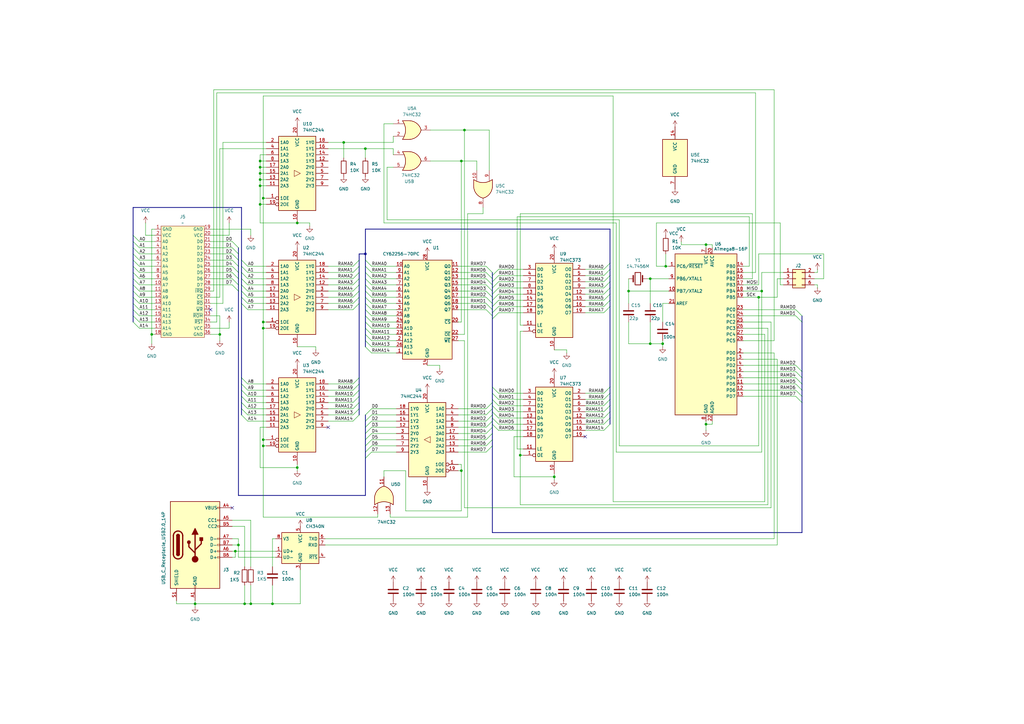
<source format=kicad_sch>
(kicad_sch (version 20250114) (generator "eeschema") (generator_version "9.0")
  (paper "A3")
  (junction (at 62.23 137.16))
  (junction (at 106.68 73.66))
  (junction (at 266.7 140.97))
  (junction (at 140.97 58.42))
  (junction (at 190.5 53.34))
  (junction (at 121.92 191.77))
  (junction (at 107.95 180.34))
  (junction (at 111.76 247.65))
  (junction (at 107.95 132.08))
  (junction (at 289.56 100.33))
  (junction (at 189.23 193.04))
  (junction (at 311.15 121.92))
  (junction (at 106.68 68.58))
  (junction (at 106.68 66.04))
  (junction (at 80.01 247.65))
  (junction (at 312.42 119.38))
  (junction (at 121.92 91.44))
  (junction (at 149.86 60.96))
  (junction (at 227.33 195.58))
  (junction (at 106.68 83.82))
  (junction (at 189.23 66.04))
  (junction (at 96.52 226.06))
  (junction (at 266.7 114.3))
  (junction (at 289.56 173.99))
  (junction (at 106.68 76.2))
  (junction (at 149.86 104.14))
  (junction (at 106.68 71.12))
  (junction (at 107.95 81.28))
  (junction (at 97.79 223.52))
  (junction (at 102.87 247.65))
  (junction (at 107.95 134.62))
  (junction (at 107.95 182.88))
  (junction (at 271.78 140.97))
  (junction (at 100.33 247.65))
  (junction (at 273.05 109.22))
  (junction (at 257.81 119.38))
  (junction (at 213.36 186.69))
  (junction (at 90.17 137.16))
  (no_connect (at 240.03 179.07))
  (no_connect (at 134.62 175.26))
  (no_connect (at 86.36 127))
  (no_connect (at 95.25 208.28))
  (bus_entry (at 147.32 114.3) (size -2.54 2.54))
  (bus_entry (at 97.79 116.84) (size -2.54 -2.54))
  (bus_entry (at 201.93 182.88) (size -2.54 2.54))
  (bus_entry (at 97.79 104.14) (size -2.54 -2.54))
  (bus_entry (at 149.86 129.54) (size 2.54 2.54))
  (bus_entry (at 57.15 127) (size -2.54 -2.54))
  (bus_entry (at 149.86 177.8) (size 2.54 -2.54))
  (bus_entry (at 201.93 125.73) (size 2.54 -2.54))
  (bus_entry (at 149.86 172.72) (size 2.54 -2.54))
  (bus_entry (at 147.32 162.56) (size -2.54 2.54))
  (bus_entry (at 149.86 111.76) (size 2.54 2.54))
  (bus_entry (at 149.86 142.24) (size 2.54 2.54))
  (bus_entry (at 201.93 129.54) (size -2.54 -2.54))
  (bus_entry (at 147.32 165.1) (size -2.54 2.54))
  (bus_entry (at 250.19 173.99) (size -2.54 2.54))
  (bus_entry (at 99.06 116.84) (size 2.54 2.54))
  (bus_entry (at 99.06 154.94) (size 2.54 2.54))
  (bus_entry (at 99.06 121.92) (size 2.54 2.54))
  (bus_entry (at 328.93 165.1) (size -2.54 -2.54))
  (bus_entry (at 99.06 162.56) (size 2.54 2.54))
  (bus_entry (at 149.86 182.88) (size 2.54 -2.54))
  (bus_entry (at 250.19 125.73) (size -2.54 2.54))
  (bus_entry (at 250.19 120.65) (size -2.54 2.54))
  (bus_entry (at 201.93 166.37) (size 2.54 2.54))
  (bus_entry (at 149.86 119.38) (size 2.54 2.54))
  (bus_entry (at 149.86 124.46) (size 2.54 2.54))
  (bus_entry (at 201.93 120.65) (size 2.54 -2.54))
  (bus_entry (at 250.19 113.03) (size -2.54 2.54))
  (bus_entry (at 54.61 132.08) (size 2.54 2.54))
  (bus_entry (at 147.32 116.84) (size -2.54 2.54))
  (bus_entry (at 201.93 118.11) (size 2.54 -2.54))
  (bus_entry (at 250.19 171.45) (size -2.54 2.54))
  (bus_entry (at 201.93 180.34) (size -2.54 2.54))
  (bus_entry (at 328.93 152.4) (size -2.54 -2.54))
  (bus_entry (at 201.93 175.26) (size -2.54 2.54))
  (bus_entry (at 201.93 158.75) (size 2.54 2.54))
  (bus_entry (at 201.93 171.45) (size 2.54 2.54))
  (bus_entry (at 57.15 101.6) (size -2.54 -2.54))
  (bus_entry (at 201.93 165.1) (size -2.54 2.54))
  (bus_entry (at 201.93 177.8) (size -2.54 2.54))
  (bus_entry (at 97.79 111.76) (size -2.54 -2.54))
  (bus_entry (at 57.15 124.46) (size -2.54 -2.54))
  (bus_entry (at 201.93 130.81) (size 2.54 -2.54))
  (bus_entry (at 201.93 116.84) (size -2.54 -2.54))
  (bus_entry (at 99.06 111.76) (size 2.54 2.54))
  (bus_entry (at 57.15 119.38) (size -2.54 -2.54))
  (bus_entry (at 57.15 129.54) (size -2.54 -2.54))
  (bus_entry (at 147.32 109.22) (size -2.54 2.54))
  (bus_entry (at 57.15 106.68) (size -2.54 -2.54))
  (bus_entry (at 57.15 109.22) (size -2.54 -2.54))
  (bus_entry (at 57.15 104.14) (size -2.54 -2.54))
  (bus_entry (at 201.93 123.19) (size 2.54 -2.54))
  (bus_entry (at 99.06 167.64) (size 2.54 2.54))
  (bus_entry (at 149.86 134.62) (size 2.54 2.54))
  (bus_entry (at 147.32 160.02) (size -2.54 2.54))
  (bus_entry (at 328.93 129.54) (size -2.54 -2.54))
  (bus_entry (at 149.86 187.96) (size 2.54 -2.54))
  (bus_entry (at 250.19 107.95) (size -2.54 2.54))
  (bus_entry (at 149.86 175.26) (size 2.54 -2.54))
  (bus_entry (at 250.19 115.57) (size -2.54 2.54))
  (bus_entry (at 201.93 168.91) (size 2.54 2.54))
  (bus_entry (at 149.86 132.08) (size 2.54 2.54))
  (bus_entry (at 201.93 124.46) (size -2.54 -2.54))
  (bus_entry (at 328.93 132.08) (size -2.54 -2.54))
  (bus_entry (at 97.79 114.3) (size -2.54 -2.54))
  (bus_entry (at 57.15 116.84) (size -2.54 -2.54))
  (bus_entry (at 250.19 161.29) (size -2.54 2.54))
  (bus_entry (at 250.19 163.83) (size -2.54 2.54))
  (bus_entry (at 328.93 154.94) (size -2.54 -2.54))
  (bus_entry (at 149.86 180.34) (size 2.54 -2.54))
  (bus_entry (at 201.93 173.99) (size 2.54 2.54))
  (bus_entry (at 149.86 106.68) (size 2.54 2.54))
  (bus_entry (at 147.32 111.76) (size -2.54 2.54))
  (bus_entry (at 149.86 170.18) (size 2.54 -2.54))
  (bus_entry (at 57.15 114.3) (size -2.54 -2.54))
  (bus_entry (at 99.06 124.46) (size 2.54 2.54))
  (bus_entry (at 250.19 168.91) (size -2.54 2.54))
  (bus_entry (at 201.93 128.27) (size 2.54 -2.54))
  (bus_entry (at 99.06 165.1) (size 2.54 2.54))
  (bus_entry (at 147.32 170.18) (size -2.54 2.54))
  (bus_entry (at 97.79 119.38) (size -2.54 -2.54))
  (bus_entry (at 147.32 154.94) (size -2.54 2.54))
  (bus_entry (at 99.06 160.02) (size 2.54 2.54))
  (bus_entry (at 147.32 157.48) (size -2.54 2.54))
  (bus_entry (at 149.86 137.16) (size 2.54 2.54))
  (bus_entry (at 149.86 114.3) (size 2.54 2.54))
  (bus_entry (at 99.06 157.48) (size 2.54 2.54))
  (bus_entry (at 250.19 158.75) (size -2.54 2.54))
  (bus_entry (at 99.06 114.3) (size 2.54 2.54))
  (bus_entry (at 147.32 124.46) (size -2.54 2.54))
  (bus_entry (at 250.19 118.11) (size -2.54 2.54))
  (bus_entry (at 99.06 170.18) (size 2.54 2.54))
  (bus_entry (at 149.86 127) (size 2.54 2.54))
  (bus_entry (at 147.32 167.64) (size -2.54 2.54))
  (bus_entry (at 250.19 110.49) (size -2.54 2.54))
  (bus_entry (at 250.19 123.19) (size -2.54 2.54))
  (bus_entry (at 97.79 106.68) (size -2.54 -2.54))
  (bus_entry (at 57.15 99.06) (size -2.54 -2.54))
  (bus_entry (at 99.06 119.38) (size 2.54 2.54))
  (bus_entry (at 250.19 166.37) (size -2.54 2.54))
  (bus_entry (at 57.15 111.76) (size -2.54 -2.54))
  (bus_entry (at 201.93 121.92) (size -2.54 -2.54))
  (bus_entry (at 201.93 114.3) (size -2.54 -2.54))
  (bus_entry (at 147.32 106.68) (size -2.54 2.54))
  (bus_entry (at 57.15 121.92) (size -2.54 -2.54))
  (bus_entry (at 149.86 109.22) (size 2.54 2.54))
  (bus_entry (at 149.86 139.7) (size 2.54 2.54))
  (bus_entry (at 201.93 111.76) (size -2.54 -2.54))
  (bus_entry (at 328.93 157.48) (size -2.54 -2.54))
  (bus_entry (at 201.93 167.64) (size -2.54 2.54))
  (bus_entry (at 147.32 121.92) (size -2.54 2.54))
  (bus_entry (at 201.93 119.38) (size -2.54 -2.54))
  (bus_entry (at 201.93 163.83) (size 2.54 2.54))
  (bus_entry (at 149.86 121.92) (size 2.54 2.54))
  (bus_entry (at 147.32 119.38) (size -2.54 2.54))
  (bus_entry (at 97.79 109.22) (size -2.54 -2.54))
  (bus_entry (at 97.79 101.6) (size -2.54 -2.54))
  (bus_entry (at 201.93 172.72) (size -2.54 2.54))
  (bus_entry (at 201.93 113.03) (size 2.54 -2.54))
  (bus_entry (at 201.93 161.29) (size 2.54 2.54))
  (bus_entry (at 149.86 116.84) (size 2.54 2.54))
  (bus_entry (at 99.06 106.68) (size 2.54 2.54))
  (bus_entry (at 328.93 162.56) (size -2.54 -2.54))
  (bus_entry (at 201.93 115.57) (size 2.54 -2.54))
  (bus_entry (at 328.93 160.02) (size -2.54 -2.54))
  (bus_entry (at 201.93 127) (size -2.54 -2.54))
  (bus_entry (at 57.15 132.08) (size -2.54 -2.54))
  (bus_entry (at 201.93 170.18) (size -2.54 2.54))
  (bus_entry (at 99.06 109.22) (size 2.54 2.54))
  (bus_entry (at 149.86 185.42) (size 2.54 -2.54))
  (wire (pts (xy 102.87 247.65) (xy 102.87 240.03)))
  (wire (pts (xy 265.43 114.3) (xy 266.7 114.3)))
  (wire (pts (xy 213.36 135.89) (xy 213.36 186.69)))
  (wire (pts (xy 91.44 124.46) (xy 91.44 58.42)))
  (wire (pts (xy 129.54 142.24) (xy 121.92 142.24)))
  (wire (pts (xy 152.4 119.38) (xy 162.56 119.38)))
  (wire (pts (xy 106.68 66.04) (xy 109.22 66.04)))
  (wire (pts (xy 121.92 190.5) (xy 121.92 191.77)))
  (wire (pts (xy 152.4 175.26) (xy 162.56 175.26)))
  (wire (pts (xy 140.97 58.42) (xy 140.97 64.77)))
  (wire (pts (xy 318.77 121.92) (xy 311.15 121.92)))
  (wire (pts (xy 271.78 140.97) (xy 266.7 140.97)))
  (wire (pts (xy 334.01 111.76) (xy 335.28 111.76)))
  (wire (pts (xy 140.97 58.42) (xy 161.29 58.42)))
  (wire (pts (xy 311.15 182.88) (xy 254 182.88)))
  (wire (pts (xy 312.42 119.38) (xy 312.42 111.76)))
  (wire (pts (xy 204.47 123.19) (xy 214.63 123.19)))
  (bus (pts (xy 201.93 115.57) (xy 201.93 116.84)))
  (wire (pts (xy 106.68 63.5) (xy 106.68 66.04)))
  (wire (pts (xy 152.4 129.54) (xy 162.56 129.54)))
  (wire (pts (xy 313.69 205.74) (xy 251.46 205.74)))
  (wire (pts (xy 274.32 119.38) (xy 257.81 119.38)))
  (bus (pts (xy 201.93 170.18) (xy 201.93 171.45)))
  (bus (pts (xy 201.93 182.88) (xy 201.93 180.34)))
  (bus (pts (xy 54.61 85.09) (xy 54.61 96.52)))
  (wire (pts (xy 247.65 168.91) (xy 240.03 168.91)))
  (wire (pts (xy 109.22 134.62) (xy 107.95 134.62)))
  (wire (pts (xy 134.62 109.22) (xy 144.78 109.22)))
  (bus (pts (xy 201.93 172.72) (xy 201.93 171.45)))
  (wire (pts (xy 180.34 151.13) (xy 180.34 149.86)))
  (wire (pts (xy 191.77 212.09) (xy 191.77 87.63)))
  (wire (pts (xy 152.4 182.88) (xy 162.56 182.88)))
  (wire (pts (xy 311.15 104.14) (xy 337.82 104.14)))
  (wire (pts (xy 107.95 182.88) (xy 109.22 182.88)))
  (wire (pts (xy 90.17 129.54) (xy 86.36 129.54)))
  (wire (pts (xy 113.03 228.6) (xy 97.79 228.6)))
  (bus (pts (xy 54.61 121.92) (xy 54.61 124.46)))
  (wire (pts (xy 308.61 114.3) (xy 304.8 114.3)))
  (wire (pts (xy 274.32 124.46) (xy 271.78 124.46)))
  (wire (pts (xy 152.4 124.46) (xy 162.56 124.46)))
  (wire (pts (xy 160.02 212.09) (xy 191.77 212.09)))
  (wire (pts (xy 247.65 171.45) (xy 240.03 171.45)))
  (bus (pts (xy 54.61 99.06) (xy 54.61 101.6)))
  (wire (pts (xy 187.96 175.26) (xy 199.39 175.26)))
  (wire (pts (xy 187.96 111.76) (xy 199.39 111.76)))
  (wire (pts (xy 189.23 132.08) (xy 187.96 132.08)))
  (wire (pts (xy 304.8 127) (xy 326.39 127)))
  (wire (pts (xy 317.5 36.83) (xy 317.5 139.7)))
  (wire (pts (xy 309.88 38.1) (xy 309.88 111.76)))
  (wire (pts (xy 57.15 101.6) (xy 63.5 101.6)))
  (wire (pts (xy 187.96 172.72) (xy 199.39 172.72)))
  (wire (pts (xy 96.52 228.6) (xy 96.52 226.06)))
  (bus (pts (xy 201.93 111.76) (xy 201.93 113.03)))
  (wire (pts (xy 86.36 104.14) (xy 95.25 104.14)))
  (wire (pts (xy 152.4 142.24) (xy 162.56 142.24)))
  (wire (pts (xy 144.78 162.56) (xy 134.62 162.56)))
  (wire (pts (xy 87.63 119.38) (xy 87.63 36.83)))
  (wire (pts (xy 101.6 114.3) (xy 109.22 114.3)))
  (wire (pts (xy 240.03 113.03) (xy 247.65 113.03)))
  (bus (pts (xy 99.06 85.09) (xy 54.61 85.09)))
  (bus (pts (xy 201.93 180.34) (xy 201.93 177.8)))
  (wire (pts (xy 106.68 71.12) (xy 106.68 73.66)))
  (wire (pts (xy 95.25 228.6) (xy 96.52 228.6)))
  (bus (pts (xy 149.86 185.42) (xy 149.86 187.96)))
  (bus (pts (xy 201.93 163.83) (xy 201.93 165.1)))
  (bus (pts (xy 328.93 129.54) (xy 328.93 132.08)))
  (wire (pts (xy 271.78 140.97) (xy 271.78 139.7)))
  (bus (pts (xy 149.86 114.3) (xy 149.86 111.76)))
  (bus (pts (xy 99.06 157.48) (xy 99.06 160.02)))
  (bus (pts (xy 99.06 85.09) (xy 99.06 106.68)))
  (wire (pts (xy 152.4 111.76) (xy 162.56 111.76)))
  (bus (pts (xy 54.61 106.68) (xy 54.61 109.22)))
  (wire (pts (xy 210.82 195.58) (xy 210.82 179.07)))
  (bus (pts (xy 201.93 119.38) (xy 201.93 120.65)))
  (wire (pts (xy 57.15 99.06) (xy 63.5 99.06)))
  (wire (pts (xy 149.86 60.96) (xy 149.86 64.77)))
  (bus (pts (xy 149.86 129.54) (xy 149.86 127)))
  (wire (pts (xy 101.6 111.76) (xy 109.22 111.76)))
  (bus (pts (xy 99.06 119.38) (xy 99.06 121.92)))
  (wire (pts (xy 106.68 63.5) (xy 109.22 63.5)))
  (wire (pts (xy 311.15 121.92) (xy 311.15 182.88)))
  (wire (pts (xy 161.29 68.58) (xy 158.75 68.58)))
  (wire (pts (xy 200.66 53.34) (xy 200.66 69.85)))
  (wire (pts (xy 149.86 60.96) (xy 161.29 60.96)))
  (wire (pts (xy 254 90.17) (xy 158.75 90.17)))
  (wire (pts (xy 134.62 116.84) (xy 144.78 116.84)))
  (wire (pts (xy 152.4 121.92) (xy 162.56 121.92)))
  (bus (pts (xy 250.19 125.73) (xy 250.19 158.75)))
  (wire (pts (xy 101.6 157.48) (xy 109.22 157.48)))
  (bus (pts (xy 328.93 162.56) (xy 328.93 165.1)))
  (wire (pts (xy 304.8 160.02) (xy 326.39 160.02)))
  (wire (pts (xy 187.96 177.8) (xy 199.39 177.8)))
  (wire (pts (xy 106.68 76.2) (xy 109.22 76.2)))
  (wire (pts (xy 314.96 134.62) (xy 304.8 134.62)))
  (wire (pts (xy 289.56 100.33) (xy 292.1 100.33)))
  (bus (pts (xy 250.19 110.49) (xy 250.19 113.03)))
  (wire (pts (xy 91.44 58.42) (xy 109.22 58.42)))
  (wire (pts (xy 307.34 109.22) (xy 304.8 109.22)))
  (bus (pts (xy 201.93 168.91) (xy 201.93 170.18)))
  (wire (pts (xy 257.81 119.38) (xy 257.81 124.46)))
  (wire (pts (xy 134.62 124.46) (xy 144.78 124.46)))
  (bus (pts (xy 97.79 104.14) (xy 97.79 106.68)))
  (wire (pts (xy 190.5 53.34) (xy 200.66 53.34)))
  (wire (pts (xy 318.77 114.3) (xy 321.31 114.3)))
  (wire (pts (xy 204.47 125.73) (xy 214.63 125.73)))
  (bus (pts (xy 250.19 120.65) (xy 250.19 123.19)))
  (bus (pts (xy 99.06 106.68) (xy 99.06 109.22)))
  (bus (pts (xy 54.61 96.52) (xy 54.61 99.06)))
  (wire (pts (xy 304.8 157.48) (xy 326.39 157.48)))
  (wire (pts (xy 204.47 168.91) (xy 214.63 168.91)))
  (wire (pts (xy 144.78 172.72) (xy 134.62 172.72)))
  (bus (pts (xy 250.19 115.57) (xy 250.19 118.11)))
  (wire (pts (xy 212.09 88.9) (xy 212.09 184.15)))
  (bus (pts (xy 250.19 171.45) (xy 250.19 173.99)))
  (wire (pts (xy 86.36 96.52) (xy 93.98 96.52)))
  (wire (pts (xy 304.8 111.76) (xy 309.88 111.76)))
  (wire (pts (xy 271.78 142.24) (xy 271.78 140.97)))
  (bus (pts (xy 250.19 123.19) (xy 250.19 125.73)))
  (wire (pts (xy 227.33 143.51) (xy 232.41 143.51)))
  (wire (pts (xy 187.96 124.46) (xy 199.39 124.46)))
  (wire (pts (xy 101.6 109.22) (xy 109.22 109.22)))
  (bus (pts (xy 54.61 127) (xy 54.61 129.54)))
  (wire (pts (xy 247.65 161.29) (xy 240.03 161.29)))
  (bus (pts (xy 99.06 160.02) (xy 99.06 162.56)))
  (wire (pts (xy 144.78 127) (xy 134.62 127)))
  (wire (pts (xy 204.47 118.11) (xy 214.63 118.11)))
  (bus (pts (xy 328.93 132.08) (xy 328.93 152.4)))
  (wire (pts (xy 106.68 66.04) (xy 106.68 68.58)))
  (wire (pts (xy 86.36 93.98) (xy 102.87 93.98)))
  (bus (pts (xy 149.86 170.18) (xy 149.86 172.72)))
  (bus (pts (xy 147.32 165.1) (xy 147.32 162.56)))
  (wire (pts (xy 227.33 196.85) (xy 227.33 195.58)))
  (wire (pts (xy 266.7 140.97) (xy 266.7 132.08)))
  (wire (pts (xy 166.37 193.04) (xy 166.37 209.55)))
  (wire (pts (xy 93.98 96.52) (xy 93.98 91.44)))
  (wire (pts (xy 107.95 132.08) (xy 109.22 132.08)))
  (wire (pts (xy 86.36 134.62) (xy 93.98 134.62)))
  (bus (pts (xy 149.86 182.88) (xy 149.86 185.42)))
  (wire (pts (xy 86.36 124.46) (xy 91.44 124.46)))
  (wire (pts (xy 318.77 121.92) (xy 318.77 114.3)))
  (wire (pts (xy 210.82 179.07) (xy 214.63 179.07)))
  (wire (pts (xy 289.56 100.33) (xy 289.56 101.6)))
  (wire (pts (xy 152.4 137.16) (xy 162.56 137.16)))
  (wire (pts (xy 292.1 173.99) (xy 289.56 173.99)))
  (wire (pts (xy 204.47 171.45) (xy 214.63 171.45)))
  (bus (pts (xy 149.86 172.72) (xy 149.86 175.26)))
  (wire (pts (xy 269.24 109.22) (xy 269.24 91.44)))
  (wire (pts (xy 152.4 132.08) (xy 162.56 132.08)))
  (bus (pts (xy 147.32 167.64) (xy 147.32 170.18)))
  (wire (pts (xy 86.36 114.3) (xy 95.25 114.3)))
  (wire (pts (xy 204.47 161.29) (xy 214.63 161.29)))
  (wire (pts (xy 254 182.88) (xy 254 90.17)))
  (bus (pts (xy 328.93 160.02) (xy 328.93 162.56)))
  (bus (pts (xy 201.93 172.72) (xy 201.93 173.99)))
  (wire (pts (xy 80.01 247.65) (xy 100.33 247.65)))
  (wire (pts (xy 204.47 110.49) (xy 214.63 110.49)))
  (wire (pts (xy 97.79 228.6) (xy 97.79 223.52)))
  (wire (pts (xy 101.6 116.84) (xy 109.22 116.84)))
  (bus (pts (xy 97.79 101.6) (xy 97.79 104.14)))
  (bus (pts (xy 250.19 118.11) (xy 250.19 120.65)))
  (wire (pts (xy 304.8 154.94) (xy 326.39 154.94)))
  (bus (pts (xy 99.06 111.76) (xy 99.06 114.3)))
  (wire (pts (xy 273.05 104.14) (xy 273.05 109.22)))
  (wire (pts (xy 80.01 247.65) (xy 72.39 247.65)))
  (wire (pts (xy 107.95 81.28) (xy 107.95 132.08)))
  (wire (pts (xy 57.15 104.14) (xy 63.5 104.14)))
  (wire (pts (xy 213.36 133.35) (xy 213.36 87.63)))
  (wire (pts (xy 134.62 58.42) (xy 140.97 58.42)))
  (wire (pts (xy 101.6 170.18) (xy 109.22 170.18)))
  (bus (pts (xy 250.19 163.83) (xy 250.19 161.29)))
  (wire (pts (xy 204.47 115.57) (xy 214.63 115.57)))
  (bus (pts (xy 147.32 162.56) (xy 147.32 160.02)))
  (wire (pts (xy 257.81 140.97) (xy 257.81 132.08)))
  (wire (pts (xy 152.4 180.34) (xy 162.56 180.34)))
  (bus (pts (xy 149.86 137.16) (xy 149.86 134.62)))
  (bus (pts (xy 149.86 203.2) (xy 97.79 203.2)))
  (wire (pts (xy 316.23 208.28) (xy 316.23 132.08)))
  (bus (pts (xy 149.86 106.68) (xy 149.86 104.14)))
  (bus (pts (xy 54.61 104.14) (xy 54.61 106.68)))
  (wire (pts (xy 187.96 139.7) (xy 190.5 139.7)))
  (wire (pts (xy 292.1 172.72) (xy 292.1 173.99)))
  (wire (pts (xy 86.36 111.76) (xy 95.25 111.76)))
  (wire (pts (xy 187.96 114.3) (xy 199.39 114.3)))
  (wire (pts (xy 100.33 247.65) (xy 102.87 247.65)))
  (wire (pts (xy 134.62 60.96) (xy 149.86 60.96)))
  (wire (pts (xy 190.5 137.16) (xy 187.96 137.16)))
  (wire (pts (xy 106.68 91.44) (xy 106.68 83.82)))
  (bus (pts (xy 147.32 116.84) (xy 147.32 119.38)))
  (wire (pts (xy 88.9 38.1) (xy 88.9 132.08)))
  (wire (pts (xy 102.87 213.36) (xy 102.87 232.41)))
  (wire (pts (xy 158.75 90.17) (xy 158.75 68.58)))
  (bus (pts (xy 97.79 116.84) (xy 97.79 119.38)))
  (bus (pts (xy 149.86 175.26) (xy 149.86 177.8)))
  (wire (pts (xy 111.76 247.65) (xy 123.19 247.65)))
  (wire (pts (xy 101.6 121.92) (xy 109.22 121.92)))
  (wire (pts (xy 57.15 132.08) (xy 63.5 132.08)))
  (wire (pts (xy 106.68 71.12) (xy 109.22 71.12)))
  (wire (pts (xy 314.96 207.01) (xy 314.96 134.62)))
  (bus (pts (xy 149.86 187.96) (xy 149.86 203.2)))
  (wire (pts (xy 57.15 121.92) (xy 63.5 121.92)))
  (wire (pts (xy 311.15 116.84) (xy 311.15 104.14)))
  (bus (pts (xy 99.06 114.3) (xy 99.06 116.84)))
  (wire (pts (xy 213.36 186.69) (xy 214.63 186.69)))
  (wire (pts (xy 144.78 160.02) (xy 134.62 160.02)))
  (bus (pts (xy 147.32 160.02) (xy 147.32 157.48)))
  (wire (pts (xy 72.39 246.38) (xy 72.39 247.65)))
  (bus (pts (xy 250.19 161.29) (xy 250.19 158.75)))
  (wire (pts (xy 189.23 193.04) (xy 189.23 190.5)))
  (bus (pts (xy 99.06 116.84) (xy 99.06 119.38)))
  (wire (pts (xy 63.5 96.52) (xy 59.69 96.52)))
  (wire (pts (xy 157.48 91.44) (xy 157.48 50.8)))
  (wire (pts (xy 121.92 191.77) (xy 121.92 193.04)))
  (bus (pts (xy 149.86 111.76) (xy 149.86 109.22)))
  (wire (pts (xy 252.73 91.44) (xy 157.48 91.44)))
  (wire (pts (xy 152.4 109.22) (xy 162.56 109.22)))
  (wire (pts (xy 247.65 128.27) (xy 240.03 128.27)))
  (wire (pts (xy 335.28 111.76) (xy 335.28 110.49)))
  (bus (pts (xy 147.32 109.22) (xy 147.32 111.76)))
  (wire (pts (xy 312.42 119.38) (xy 312.42 185.42)))
  (wire (pts (xy 80.01 246.38) (xy 80.01 247.65)))
  (wire (pts (xy 59.69 96.52) (xy 59.69 91.44)))
  (wire (pts (xy 127 91.44) (xy 121.92 91.44)))
  (bus (pts (xy 54.61 119.38) (xy 54.61 121.92)))
  (bus (pts (xy 147.32 167.64) (xy 147.32 165.1)))
  (wire (pts (xy 90.17 121.92) (xy 90.17 60.96)))
  (wire (pts (xy 190.5 53.34) (xy 190.5 137.16)))
  (wire (pts (xy 134.62 111.76) (xy 144.78 111.76)))
  (bus (pts (xy 99.06 154.94) (xy 99.06 157.48)))
  (wire (pts (xy 187.96 167.64) (xy 199.39 167.64)))
  (wire (pts (xy 157.48 195.58) (xy 157.48 193.04)))
  (wire (pts (xy 101.6 167.64) (xy 109.22 167.64)))
  (wire (pts (xy 240.03 125.73) (xy 247.65 125.73)))
  (bus (pts (xy 250.19 93.98) (xy 250.19 107.95)))
  (bus (pts (xy 147.32 106.68) (xy 147.32 104.14)))
  (wire (pts (xy 166.37 209.55) (xy 189.23 209.55)))
  (wire (pts (xy 106.68 175.26) (xy 109.22 175.26)))
  (wire (pts (xy 107.95 212.09) (xy 154.94 212.09)))
  (bus (pts (xy 99.06 162.56) (xy 99.06 165.1)))
  (wire (pts (xy 269.24 91.44) (xy 320.04 91.44)))
  (bus (pts (xy 54.61 111.76) (xy 54.61 114.3)))
  (bus (pts (xy 149.86 177.8) (xy 149.86 180.34)))
  (bus (pts (xy 250.19 113.03) (xy 250.19 115.57)))
  (wire (pts (xy 121.92 91.44) (xy 106.68 91.44)))
  (bus (pts (xy 147.32 111.76) (xy 147.32 114.3)))
  (wire (pts (xy 106.68 68.58) (xy 109.22 68.58)))
  (wire (pts (xy 106.68 76.2) (xy 106.68 83.82)))
  (wire (pts (xy 95.25 223.52) (xy 97.79 223.52)))
  (wire (pts (xy 144.78 165.1) (xy 134.62 165.1)))
  (wire (pts (xy 198.12 87.63) (xy 198.12 85.09)))
  (wire (pts (xy 161.29 58.42) (xy 161.29 55.88)))
  (bus (pts (xy 97.79 119.38) (xy 97.79 203.2)))
  (wire (pts (xy 212.09 184.15) (xy 214.63 184.15)))
  (wire (pts (xy 101.6 119.38) (xy 109.22 119.38)))
  (wire (pts (xy 157.48 193.04) (xy 166.37 193.04)))
  (wire (pts (xy 266.7 140.97) (xy 257.81 140.97)))
  (wire (pts (xy 269.24 109.22) (xy 273.05 109.22)))
  (wire (pts (xy 257.81 119.38) (xy 257.81 114.3)))
  (bus (pts (xy 149.86 127) (xy 149.86 124.46)))
  (wire (pts (xy 304.8 152.4) (xy 326.39 152.4)))
  (wire (pts (xy 204.47 163.83) (xy 214.63 163.83)))
  (wire (pts (xy 312.42 111.76) (xy 321.31 111.76)))
  (bus (pts (xy 54.61 114.3) (xy 54.61 116.84)))
  (wire (pts (xy 87.63 36.83) (xy 317.5 36.83)))
  (wire (pts (xy 86.36 99.06) (xy 95.25 99.06)))
  (wire (pts (xy 187.96 127) (xy 199.39 127)))
  (wire (pts (xy 111.76 240.03) (xy 111.76 247.65)))
  (wire (pts (xy 86.36 101.6) (xy 95.25 101.6)))
  (wire (pts (xy 102.87 93.98) (xy 102.87 96.52)))
  (wire (pts (xy 107.95 182.88) (xy 107.95 212.09)))
  (wire (pts (xy 227.33 195.58) (xy 210.82 195.58)))
  (wire (pts (xy 252.73 185.42) (xy 252.73 91.44)))
  (wire (pts (xy 312.42 185.42) (xy 252.73 185.42)))
  (wire (pts (xy 152.4 134.62) (xy 162.56 134.62)))
  (wire (pts (xy 318.77 147.32) (xy 318.77 223.52)))
  (wire (pts (xy 251.46 205.74) (xy 251.46 39.37)))
  (bus (pts (xy 201.93 127) (xy 201.93 128.27)))
  (wire (pts (xy 189.23 209.55) (xy 189.23 193.04)))
  (wire (pts (xy 57.15 106.68) (xy 63.5 106.68)))
  (bus (pts (xy 97.79 111.76) (xy 97.79 114.3)))
  (wire (pts (xy 161.29 60.96) (xy 161.29 63.5)))
  (wire (pts (xy 189.23 66.04) (xy 195.58 66.04)))
  (wire (pts (xy 111.76 220.98) (xy 113.03 220.98)))
  (wire (pts (xy 154.94 212.09) (xy 154.94 210.82)))
  (wire (pts (xy 292.1 100.33) (xy 292.1 101.6)))
  (bus (pts (xy 201.93 130.81) (xy 201.93 158.75)))
  (wire (pts (xy 317.5 220.98) (xy 133.35 220.98)))
  (bus (pts (xy 147.32 106.68) (xy 147.32 109.22)))
  (wire (pts (xy 57.15 116.84) (xy 63.5 116.84)))
  (wire (pts (xy 97.79 223.52) (xy 97.79 220.98)))
  (wire (pts (xy 187.96 116.84) (xy 199.39 116.84)))
  (wire (pts (xy 271.78 124.46) (xy 271.78 132.08)))
  (wire (pts (xy 213.36 207.01) (xy 314.96 207.01)))
  (wire (pts (xy 304.8 119.38) (xy 312.42 119.38)))
  (wire (pts (xy 187.96 119.38) (xy 199.39 119.38)))
  (wire (pts (xy 240.03 110.49) (xy 247.65 110.49)))
  (bus (pts (xy 149.86 124.46) (xy 149.86 121.92)))
  (bus (pts (xy 201.93 128.27) (xy 201.93 129.54)))
  (wire (pts (xy 101.6 160.02) (xy 109.22 160.02)))
  (wire (pts (xy 62.23 137.16) (xy 62.23 93.98)))
  (bus (pts (xy 201.93 175.26) (xy 201.93 177.8)))
  (wire (pts (xy 240.03 123.19) (xy 247.65 123.19)))
  (wire (pts (xy 101.6 172.72) (xy 109.22 172.72)))
  (wire (pts (xy 123.19 247.65) (xy 123.19 233.68)))
  (wire (pts (xy 304.8 144.78) (xy 317.5 144.78)))
  (wire (pts (xy 109.22 81.28) (xy 107.95 81.28)))
  (wire (pts (xy 100.33 247.65) (xy 100.33 240.03)))
  (wire (pts (xy 240.03 120.65) (xy 247.65 120.65)))
  (wire (pts (xy 106.68 68.58) (xy 106.68 71.12)))
  (wire (pts (xy 96.52 226.06) (xy 113.03 226.06)))
  (wire (pts (xy 57.15 119.38) (xy 63.5 119.38)))
  (wire (pts (xy 176.53 66.04) (xy 189.23 66.04)))
  (wire (pts (xy 187.96 121.92) (xy 199.39 121.92)))
  (wire (pts (xy 320.04 91.44) (xy 320.04 116.84)))
  (wire (pts (xy 335.28 118.11) (xy 335.28 116.84)))
  (wire (pts (xy 214.63 133.35) (xy 213.36 133.35)))
  (wire (pts (xy 107.95 134.62) (xy 107.95 132.08)))
  (bus (pts (xy 97.79 114.3) (xy 97.79 116.84)))
  (wire (pts (xy 247.65 176.53) (xy 240.03 176.53)))
  (bus (pts (xy 250.19 107.95) (xy 250.19 110.49)))
  (wire (pts (xy 57.15 134.62) (xy 63.5 134.62)))
  (wire (pts (xy 191.77 87.63) (xy 198.12 87.63)))
  (bus (pts (xy 99.06 167.64) (xy 99.06 170.18)))
  (bus (pts (xy 99.06 124.46) (xy 99.06 154.94)))
  (wire (pts (xy 62.23 140.97) (xy 62.23 137.16)))
  (bus (pts (xy 149.86 104.14) (xy 149.86 93.98)))
  (wire (pts (xy 152.4 185.42) (xy 162.56 185.42)))
  (wire (pts (xy 335.28 116.84) (xy 334.01 116.84)))
  (wire (pts (xy 106.68 191.77) (xy 106.68 175.26)))
  (wire (pts (xy 212.09 88.9) (xy 307.34 88.9)))
  (wire (pts (xy 337.82 104.14) (xy 337.82 114.3)))
  (bus (pts (xy 328.93 165.1) (xy 328.93 218.44)))
  (wire (pts (xy 90.17 137.16) (xy 90.17 129.54)))
  (wire (pts (xy 152.4 139.7) (xy 162.56 139.7)))
  (wire (pts (xy 320.04 116.84) (xy 321.31 116.84)))
  (wire (pts (xy 107.95 39.37) (xy 107.95 81.28)))
  (wire (pts (xy 187.96 109.22) (xy 199.39 109.22)))
  (wire (pts (xy 279.4 99.06) (xy 279.4 100.33)))
  (wire (pts (xy 187.96 170.18) (xy 199.39 170.18)))
  (bus (pts (xy 201.93 125.73) (xy 201.93 127)))
  (bus (pts (xy 201.93 120.65) (xy 201.93 121.92)))
  (wire (pts (xy 214.63 135.89) (xy 213.36 135.89)))
  (wire (pts (xy 152.4 144.78) (xy 162.56 144.78)))
  (bus (pts (xy 149.86 180.34) (xy 149.86 182.88)))
  (wire (pts (xy 107.95 180.34) (xy 107.95 182.88)))
  (wire (pts (xy 176.53 53.34) (xy 190.5 53.34)))
  (bus (pts (xy 250.19 168.91) (xy 250.19 166.37)))
  (wire (pts (xy 187.96 185.42) (xy 199.39 185.42)))
  (bus (pts (xy 99.06 165.1) (xy 99.06 167.64)))
  (wire (pts (xy 304.8 121.92) (xy 311.15 121.92)))
  (wire (pts (xy 95.25 213.36) (xy 102.87 213.36)))
  (wire (pts (xy 121.92 191.77) (xy 106.68 191.77)))
  (wire (pts (xy 101.6 165.1) (xy 109.22 165.1)))
  (bus (pts (xy 201.93 118.11) (xy 201.93 119.38)))
  (wire (pts (xy 266.7 114.3) (xy 274.32 114.3)))
  (bus (pts (xy 97.79 109.22) (xy 97.79 111.76)))
  (bus (pts (xy 149.86 119.38) (xy 149.86 116.84)))
  (bus (pts (xy 147.32 124.46) (xy 147.32 154.94)))
  (bus (pts (xy 54.61 124.46) (xy 54.61 127)))
  (wire (pts (xy 304.8 162.56) (xy 326.39 162.56)))
  (bus (pts (xy 97.79 106.68) (xy 97.79 109.22)))
  (wire (pts (xy 101.6 127) (xy 109.22 127)))
  (bus (pts (xy 149.86 109.22) (xy 149.86 106.68)))
  (wire (pts (xy 152.4 177.8) (xy 162.56 177.8)))
  (wire (pts (xy 204.47 128.27) (xy 214.63 128.27)))
  (wire (pts (xy 337.82 114.3) (xy 334.01 114.3)))
  (bus (pts (xy 201.93 173.99) (xy 201.93 175.26)))
  (bus (pts (xy 201.93 121.92) (xy 201.93 123.19)))
  (wire (pts (xy 101.6 124.46) (xy 109.22 124.46)))
  (wire (pts (xy 102.87 247.65) (xy 111.76 247.65)))
  (wire (pts (xy 57.15 124.46) (xy 63.5 124.46)))
  (wire (pts (xy 62.23 137.16) (xy 63.5 137.16)))
  (wire (pts (xy 106.68 83.82) (xy 109.22 83.82)))
  (bus (pts (xy 147.32 157.48) (xy 147.32 154.94)))
  (wire (pts (xy 90.17 60.96) (xy 109.22 60.96)))
  (wire (pts (xy 304.8 149.86) (xy 326.39 149.86)))
  (wire (pts (xy 247.65 163.83) (xy 240.03 163.83)))
  (bus (pts (xy 201.93 116.84) (xy 201.93 118.11)))
  (wire (pts (xy 127 92.71) (xy 127 91.44)))
  (bus (pts (xy 201.93 166.37) (xy 201.93 167.64)))
  (wire (pts (xy 204.47 173.99) (xy 214.63 173.99)))
  (bus (pts (xy 99.06 121.92) (xy 99.06 124.46)))
  (wire (pts (xy 152.4 114.3) (xy 162.56 114.3)))
  (bus (pts (xy 328.93 154.94) (xy 328.93 157.48)))
  (wire (pts (xy 204.47 113.03) (xy 214.63 113.03)))
  (wire (pts (xy 57.15 111.76) (xy 63.5 111.76)))
  (wire (pts (xy 86.36 116.84) (xy 95.25 116.84)))
  (wire (pts (xy 187.96 180.34) (xy 199.39 180.34)))
  (wire (pts (xy 129.54 143.51) (xy 129.54 142.24)))
  (wire (pts (xy 213.36 87.63) (xy 308.61 87.63)))
  (wire (pts (xy 88.9 132.08) (xy 86.36 132.08)))
  (wire (pts (xy 95.25 226.06) (xy 96.52 226.06)))
  (bus (pts (xy 328.93 157.48) (xy 328.93 160.02)))
  (bus (pts (xy 99.06 109.22) (xy 99.06 111.76)))
  (bus (pts (xy 147.32 104.14) (xy 149.86 104.14)))
  (wire (pts (xy 304.8 137.16) (xy 313.69 137.16)))
  (bus (pts (xy 54.61 109.22) (xy 54.61 111.76)))
  (bus (pts (xy 201.93 168.91) (xy 201.93 167.64)))
  (wire (pts (xy 93.98 134.62) (xy 93.98 132.08)))
  (wire (pts (xy 144.78 170.18) (xy 134.62 170.18)))
  (bus (pts (xy 201.93 129.54) (xy 201.93 130.81)))
  (wire (pts (xy 152.4 167.64) (xy 162.56 167.64)))
  (wire (pts (xy 95.25 215.9) (xy 100.33 215.9)))
  (wire (pts (xy 304.8 147.32) (xy 318.77 147.32)))
  (wire (pts (xy 134.62 119.38) (xy 144.78 119.38)))
  (bus (pts (xy 54.61 101.6) (xy 54.61 104.14)))
  (wire (pts (xy 157.48 50.8) (xy 161.29 50.8)))
  (bus (pts (xy 54.61 116.84) (xy 54.61 119.38)))
  (wire (pts (xy 313.69 137.16) (xy 313.69 205.74)))
  (wire (pts (xy 97.79 220.98) (xy 95.25 220.98)))
  (wire (pts (xy 232.41 143.51) (xy 232.41 144.78)))
  (wire (pts (xy 266.7 114.3) (xy 266.7 124.46)))
  (bus (pts (xy 147.32 121.92) (xy 147.32 124.46)))
  (bus (pts (xy 201.93 114.3) (xy 201.93 115.57)))
  (wire (pts (xy 195.58 66.04) (xy 195.58 69.85)))
  (bus (pts (xy 201.93 123.19) (xy 201.93 124.46)))
  (wire (pts (xy 134.62 121.92) (xy 144.78 121.92)))
  (wire (pts (xy 308.61 87.63) (xy 308.61 114.3)))
  (wire (pts (xy 204.47 176.53) (xy 214.63 176.53)))
  (bus (pts (xy 147.32 119.38) (xy 147.32 121.92)))
  (bus (pts (xy 201.93 163.83) (xy 201.93 161.29)))
  (wire (pts (xy 57.15 109.22) (xy 63.5 109.22)))
  (wire (pts (xy 187.96 182.88) (xy 199.39 182.88)))
  (wire (pts (xy 317.5 144.78) (xy 317.5 220.98)))
  (wire (pts (xy 304.8 139.7) (xy 317.5 139.7)))
  (wire (pts (xy 227.33 195.58) (xy 227.33 194.31)))
  (wire (pts (xy 86.36 119.38) (xy 87.63 119.38)))
  (wire (pts (xy 152.4 170.18) (xy 162.56 170.18)))
  (wire (pts (xy 101.6 162.56) (xy 109.22 162.56)))
  (wire (pts (xy 189.23 190.5) (xy 187.96 190.5)))
  (wire (pts (xy 316.23 132.08) (xy 304.8 132.08)))
  (wire (pts (xy 100.33 215.9) (xy 100.33 232.41)))
  (wire (pts (xy 240.03 118.11) (xy 247.65 118.11)))
  (bus (pts (xy 201.93 113.03) (xy 201.93 114.3)))
  (bus (pts (xy 149.86 132.08) (xy 149.86 129.54)))
  (wire (pts (xy 144.78 167.64) (xy 134.62 167.64)))
  (bus (pts (xy 149.86 121.92) (xy 149.86 119.38)))
  (wire (pts (xy 160.02 212.09) (xy 160.02 210.82)))
  (wire (pts (xy 106.68 73.66) (xy 106.68 76.2)))
  (wire (pts (xy 80.01 247.65) (xy 80.01 248.92)))
  (wire (pts (xy 86.36 121.92) (xy 90.17 121.92)))
  (wire (pts (xy 190.5 208.28) (xy 316.23 208.28)))
  (wire (pts (xy 90.17 137.16) (xy 90.17 139.7)))
  (bus (pts (xy 201.93 218.44) (xy 328.93 218.44)))
  (bus (pts (xy 201.93 124.46) (xy 201.93 125.73)))
  (bus (pts (xy 328.93 152.4) (xy 328.93 154.94)))
  (wire (pts (xy 274.32 109.22) (xy 273.05 109.22)))
  (wire (pts (xy 57.15 127) (xy 63.5 127)))
  (wire (pts (xy 304.8 129.54) (xy 326.39 129.54)))
  (wire (pts (xy 57.15 129.54) (xy 63.5 129.54)))
  (bus (pts (xy 147.32 114.3) (xy 147.32 116.84)))
  (wire (pts (xy 289.56 172.72) (xy 289.56 173.99)))
  (wire (pts (xy 307.34 88.9) (xy 307.34 109.22)))
  (wire (pts (xy 204.47 120.65) (xy 214.63 120.65)))
  (wire (pts (xy 152.4 127) (xy 162.56 127)))
  (wire (pts (xy 107.95 180.34) (xy 109.22 180.34)))
  (bus (pts (xy 201.93 161.29) (xy 201.93 158.75)))
  (wire (pts (xy 204.47 166.37) (xy 214.63 166.37)))
  (wire (pts (xy 189.23 66.04) (xy 189.23 132.08)))
  (wire (pts (xy 107.95 134.62) (xy 107.95 180.34)))
  (wire (pts (xy 251.46 39.37) (xy 107.95 39.37)))
  (wire (pts (xy 106.68 73.66) (xy 109.22 73.66)))
  (wire (pts (xy 190.5 139.7) (xy 190.5 208.28)))
  (wire (pts (xy 247.65 173.99) (xy 240.03 173.99)))
  (wire (pts (xy 152.4 116.84) (xy 162.56 116.84)))
  (wire (pts (xy 289.56 100.33) (xy 279.4 100.33)))
  (wire (pts (xy 247.65 166.37) (xy 240.03 166.37)))
  (wire (pts (xy 111.76 232.41) (xy 111.76 220.98)))
  (wire (pts (xy 213.36 186.69) (xy 213.36 207.01)))
  (wire (pts (xy 309.88 38.1) (xy 88.9 38.1)))
  (wire (pts (xy 289.56 173.99) (xy 289.56 176.53)))
  (wire (pts (xy 240.03 115.57) (xy 247.65 115.57)))
  (bus (pts (xy 250.19 171.45) (xy 250.19 168.91)))
  (bus (pts (xy 54.61 129.54) (xy 54.61 132.08)))
  (wire (pts (xy 86.36 109.22) (xy 95.25 109.22)))
  (bus (pts (xy 149.86 93.98) (xy 250.19 93.98)))
  (wire (pts (xy 86.36 137.16) (xy 90.17 137.16)))
  (wire (pts (xy 86.36 106.68) (xy 95.25 106.68)))
  (wire (pts (xy 175.26 149.86) (xy 180.34 149.86)))
  (bus (pts (xy 149.86 116.84) (xy 149.86 114.3)))
  (wire (pts (xy 134.62 114.3) (xy 144.78 114.3)))
  (bus (pts (xy 149.86 139.7) (xy 149.86 137.16)))
  (bus (pts (xy 250.19 166.37) (xy 250.19 163.83)))
  (wire (pts (xy 57.15 114.3) (xy 63.5 114.3)))
  (wire (pts (xy 304.8 116.84) (xy 311.15 116.84)))
  (bus (pts (xy 201.93 165.1) (xy 201.93 166.37)))
  (wire (pts (xy 144.78 157.48) (xy 134.62 157.48)))
  (bus (pts (xy 149.86 139.7) (xy 149.86 142.24)))
  (wire (pts (xy 133.35 223.52) (xy 318.77 223.52)))
  (wire (pts (xy 187.96 193.04) (xy 189.23 193.04)))
  (bus (pts (xy 201.93 182.88) (xy 201.93 218.44)))
  (bus (pts (xy 149.86 134.62) (xy 149.86 132.08)))
  (wire (pts (xy 152.4 172.72) (xy 162.56 172.72)))
  (wire (pts (xy 62.23 93.98) (xy 63.5 93.98)))
  (label "D6" (at 95.25 114.3 180))
  (label "RAMA13" (at 247.65 173.99 180))
  (label "A14" (at 101.6 172.72 0))
  (label "RAMA0" (at 144.78 109.22 180))
  (label "RAMD7" (at 199.39 185.42 180))
  (label "D1" (at 152.4 170.18 0))
  (label "RAMD5" (at 204.47 123.19 0))
  (label "D0" (at 95.25 99.06 180))
  (label "A13" (at 101.6 170.18 0))
  (label "RAMD6" (at 199.39 182.88 180))
  (label "A11" (at 101.6 165.1 0))
  (label "RAMA5" (at 144.78 121.92 180))
  (label "A4" (at 101.6 119.38 0))
  (label "RAMA3" (at 144.78 116.84 180))
  (label "RAMA5" (at 247.65 123.19 180))
  (label "RAMD7" (at 204.47 128.27 0))
  (label "RAMA7" (at 247.65 128.27 180))
  (label "A3" (at 57.15 106.68 0))
  (label "RAMA4" (at 144.78 119.38 180))
  (label "RAMD5" (at 199.39 114.3 180))
  (label "A6" (at 57.15 114.3 0))
  (label "RAMA6" (at 152.4 124.46 0))
  (label "RAMA7" (at 144.78 127 180))
  (label "RAMA14" (at 144.78 172.72 180))
  (label "A6" (at 101.6 124.46 0))
  (label "RAMA0" (at 247.65 110.49 180))
  (label "D7" (at 95.25 116.84 180))
  (label "RAMD0" (at 204.47 161.29 0))
  (label "RAMA7" (at 152.4 127 0))
  (label "RAMD0" (at 199.39 167.64 180))
  (label "RAMD4" (at 326.39 154.94 180))
  (label "A9" (at 101.6 160.02 0))
  (label "RAMA10" (at 144.78 162.56 180))
  (label "A1" (at 57.15 101.6 0))
  (label "A10" (at 57.15 124.46 0))
  (label "A5" (at 101.6 121.92 0))
  (label "D7" (at 152.4 185.42 0))
  (label "RAMA2" (at 152.4 114.3 0))
  (label "A2" (at 57.15 104.14 0))
  (label "RAMD1" (at 199.39 170.18 180))
  (label "RAMA11" (at 152.4 137.16 0))
  (label "A1" (at 101.6 111.76 0))
  (label "RAMA14" (at 152.4 144.78 0))
  (label "RAMD4" (at 199.39 116.84 180))
  (label "RAMD2" (at 326.39 149.86 180))
  (label "RAMD0" (at 199.39 127 180))
  (label "A4" (at 57.15 109.22 0))
  (label "RAMD6" (at 326.39 160.02 180))
  (label "RAMA10" (at 152.4 134.62 0))
  (label "MOSI" (at 306.07 116.84 0))
  (label "A13" (at 57.15 132.08 0))
  (label "A8" (at 101.6 157.48 0))
  (label "D2" (at 95.25 104.14 180))
  (label "RAMD4" (at 204.47 171.45 0))
  (label "A2" (at 101.6 114.3 0))
  (label "RAMD2" (at 204.47 115.57 0))
  (label "A10" (at 101.6 162.56 0))
  (label "RAMA13" (at 144.78 170.18 180))
  (label "RAMA8" (at 152.4 129.54 0))
  (label "RAMA12" (at 152.4 139.7 0))
  (label "D3" (at 95.25 106.68 180))
  (label "RAMD1" (at 199.39 124.46 180))
  (label "A12" (at 57.15 129.54 0))
  (label "RAMA3" (at 247.65 118.11 180))
  (label "RAMA14" (at 247.65 176.53 180))
  (label "RAMD7" (at 199.39 109.22 180))
  (label "D4" (at 95.25 109.22 180))
  (label "RAMD2" (at 199.39 121.92 180))
  (label "D5" (at 152.4 180.34 0))
  (label "A11" (at 57.15 127 0))
  (label "RAMA0" (at 152.4 109.22 0))
  (label "RAMD6" (at 199.39 111.76 180))
  (label "RAMD3" (at 326.39 152.4 180))
  (label "RAMA6" (at 144.78 124.46 180))
  (label "RAMA9" (at 247.65 163.83 180))
  (label "RAMA8" (at 144.78 157.48 180))
  (label "A0" (at 57.15 99.06 0))
  (label "RAMD5" (at 326.39 157.48 180))
  (label "RAMD2" (at 204.47 166.37 0))
  (label "RAMA1" (at 152.4 111.76 0))
  (label "A7" (at 57.15 116.84 0))
  (label "A14" (at 57.15 134.62 0))
  (label "RAMD6" (at 204.47 176.53 0))
  (label "RAMD5" (at 199.39 180.34 180))
  (label "RAMA10" (at 247.65 166.37 180))
  (label "D4" (at 152.4 177.8 0))
  (label "RAMA1" (at 144.78 111.76 180))
  (label "RAMD7" (at 326.39 162.56 180))
  (label "D6" (at 152.4 182.88 0))
  (label "MISO" (at 306.07 119.38 0))
  (label "D3" (at 152.4 175.26 0))
  (label "RAMA3" (at 152.4 116.84 0))
  (label "RAMA6" (at 247.65 125.73 180))
  (label "A5" (at 57.15 111.76 0))
  (label "RAMA11" (at 144.78 165.1 180))
  (label "RAMA2" (at 144.78 114.3 180))
  (label "RAMA12" (at 247.65 171.45 180))
  (label "A9" (at 57.15 121.92 0))
  (label "RAMA5" (at 152.4 121.92 0))
  (label "RAMA12" (at 144.78 167.64 180))
  (label "RAMD1" (at 204.47 113.03 0))
  (label "RAMD3" (at 204.47 168.91 0))
  (label "RAMA2" (at 247.65 115.57 180))
  (label "RAMD2" (at 199.39 172.72 180))
  (label "RAMD3" (at 199.39 175.26 180))
  (label "RAMA4" (at 247.65 120.65 180))
  (label "RAMA9" (at 144.78 160.02 180))
  (label "RAMD1" (at 326.39 129.54 180))
  (label "RAMD1" (at 204.47 163.83 0))
  (label "RAMD3" (at 204.47 118.11 0))
  (label "RAMD0" (at 204.47 110.49 0))
  (label "A0" (at 101.6 109.22 0))
  (label "D5" (at 95.25 111.76 180))
  (label "D0" (at 152.4 167.64 0))
  (label "A12" (at 101.6 167.64 0))
  (label "RAMD5" (at 204.47 173.99 0))
  (label "RAMA1" (at 247.65 113.03 180))
  (label "RAMA11" (at 247.65 168.91 180))
  (label "RAMA8" (at 247.65 161.29 180))
  (label "A8" (at 57.15 119.38 0))
  (label "D1" (at 95.25 101.6 180))
  (label "A3" (at 101.6 116.84 0))
  (label "D2" (at 152.4 172.72 0))
  (label "RAMD3" (at 199.39 119.38 180))
  (label "SCK" (at 306.07 121.92 0))
  (label "A7" (at 101.6 127 0))
  (label "RAMD4" (at 199.39 177.8 180))
  (label "RAMA13" (at 152.4 142.24 0))
  (label "RAMA4" (at 152.4 119.38 0))
  (label "RAMA9" (at 152.4 132.08 0))
  (label "RAMD4" (at 204.47 120.65 0))
  (label "RAMD6" (at 204.47 125.73 0))
  (label "RAMD0" (at 326.39 127 180))
  (symbol (lib_id "power:GND") (at 232.41 144.78 0) (unit 1)
    (property "Reference" "#PWR012" (effects (hide yes)))
    (property "Value" "GND" (at 232.41 149.86 0))
    (property "Description" "Power symbol creates a global label with name \"GND\" , ground" (effects (hide yes)))
  )
  (symbol (lib_id "74xx:74LS32") (at 168.91 53.34 0) (unit 1)
    (property "Reference" "U5" (at 168.91 44.45 0))
    (property "Value" "74HC32" (at 168.91 46.99 0))
    (property "Footprint" "Package_DIP:DIP-14_W7.62mm" (effects (hide yes)))
    (property "Datasheet" "http://www.ti.com/lit/gpn/sn74LS32" (effects (hide yes)))
    (property "Description" "Quad 2-input OR" (effects (hide yes)))
  )
  (symbol (lib_id "74xx:74LS32") (at 276.86 64.77 0) (unit 5)
    (property "Reference" "U5" (at 283.21 63.4999 0) (effects (justify left)))
    (property "Value" "74HC32" (at 283.21 66.0399 0) (effects (justify left)))
    (property "Footprint" "Package_DIP:DIP-14_W7.62mm" (effects (hide yes)))
    (property "Datasheet" "http://www.ti.com/lit/gpn/sn74LS32" (effects (hide yes)))
    (property "Description" "Quad 2-input OR" (effects (hide yes)))
  )
  (symbol (lib_id "Device:C") (at 161.29 242.57 0) (unit 1)
    (property "Reference" "C2" (at 165.1 241.2999 0) (effects (justify left)))
    (property "Value" "100n" (at 165.1 243.8399 0) (effects (justify left)))
    (property "Footprint" "Capacitor_THT:C_Disc_D3.0mm_W1.6mm_P2.50mm" (effects (hide yes)))
    (property "Description" "Unpolarized capacitor" (effects (hide yes)))
  )
  (symbol (lib_id "Device:R") (at 140.97 68.58 0) (unit 1)
    (property "Reference" "R4" (at 143.51 67.3099 0) (effects (justify left)))
    (property "Value" "10K" (at 143.51 69.8499 0) (effects (justify left)))
    (property "Footprint" "PCM_Resistor_THT_AKL:R_Axial_DIN0207_L6.3mm_D2.5mm_P7.62mm_Horizontal" (effects (hide yes)))
    (property "Description" "Resistor" (effects (hide yes)))
  )
  (symbol (lib_id "power:VCC") (at 276.86 52.07 0) (unit 1)
    (property "Reference" "#PWR026" (effects (hide yes)))
    (property "Value" "VCC" (at 276.86 46.99 0))
    (property "Description" "Power symbol creates a global label with name \"VCC\"" (effects (hide yes)))
  )
  (symbol (lib_id "power:VCC") (at 207.01 238.76 0) (unit 1)
    (property "Reference" "#PWR039" (effects (hide yes)))
    (property "Value" "VCC" (at 207.01 233.68 0))
    (property "Description" "Power symbol creates a global label with name \"VCC\"" (effects (hide yes)))
  )
  (symbol (lib_id "power:GND") (at 207.01 246.38 0) (unit 1)
    (property "Reference" "#PWR040" (effects (hide yes)))
    (property "Value" "GND" (at 207.01 251.46 0))
    (property "Description" "Power symbol creates a global label with name \"GND\" , ground" (effects (hide yes)))
  )
  (symbol (lib_id "power:VCC") (at 121.92 101.6 0) (unit 1)
    (property "Reference" "#PWR07" (effects (hide yes)))
    (property "Value" "VCC" (at 121.92 96.52 0))
    (property "Description" "Power symbol creates a global label with name \"VCC\"" (effects (hide yes)))
  )
  (symbol (lib_id "Device:R") (at 100.33 236.22 0) (unit 1)
    (property "Reference" "R2" (at 95.758 234.95 0) (effects (justify left)))
    (property "Value" "1K5" (at 94.234 237.744 0) (effects (justify left)))
    (property "Footprint" "PCM_Resistor_THT_AKL:R_Axial_DIN0207_L6.3mm_D2.5mm_P7.62mm_Horizontal" (effects (hide yes)))
    (property "Description" "Resistor" (effects (hide yes)))
  )
  (symbol (lib_id "power:GND") (at 265.43 246.38 0) (unit 1)
    (property "Reference" "#PWR052" (effects (hide yes)))
    (property "Value" "GND" (at 265.43 251.46 0))
    (property "Description" "Power symbol creates a global label with name \"GND\" , ground" (effects (hide yes)))
  )
  (symbol (lib_id "power:GND") (at 289.56 176.53 0) (unit 1)
    (property "Reference" "#PWR014" (effects (hide yes)))
    (property "Value" "GND" (at 289.56 181.61 0))
    (property "Description" "Power symbol creates a global label with name \"GND\" , ground" (effects (hide yes)))
  )
  (symbol (lib_id "Connector_Generic:Conn_02x03_Odd_Even") (at 326.39 114.3 0) (unit 1)
    (property "Reference" "J2" (at 327.406 108.966 0))
    (property "Value" "Conn_02x03_Odd_Even" (effects (hide yes)))
    (property "Footprint" "Connector_IDC:IDC-Header_2x03_P2.54mm_Vertical" (effects (hide yes)))
    (property "Description" "Generic connector, double row, 02x03, odd/even pin numbering scheme (row 1 odd numbers, row 2 even numbers), script generated (kicad-library-utils/schlib/autogen/connector/)" (effects (hide yes)))
  )
  (symbol (lib_id "power:GND") (at 129.54 143.51 0) (unit 1)
    (property "Reference" "#PWR03" (effects (hide yes)))
    (property "Value" "GND" (at 129.54 148.59 0))
    (property "Description" "Power symbol creates a global label with name \"GND\" , ground" (effects (hide yes)))
  )
  (symbol (lib_id "power:GND") (at 184.15 246.38 0) (unit 1)
    (property "Reference" "#PWR036" (effects (hide yes)))
    (property "Value" "GND" (at 184.15 251.46 0))
    (property "Description" "Power symbol creates a global label with name \"GND\" , ground" (effects (hide yes)))
  )
  (symbol (lib_id "Device:Crystal") (at 261.62 114.3 0) (unit 1)
    (property "Reference" "Y1" (at 261.62 106.68 0))
    (property "Value" "14.7456M" (at 261.62 109.22 0))
    (property "Footprint" "Crystal:Crystal_HC49-4H_Vertical" (effects (hide yes)))
    (property "Description" "Two pin crystal" (effects (hide yes)))
  )
  (symbol (lib_id "power:GND") (at 161.29 246.38 0) (unit 1)
    (property "Reference" "#PWR032" (effects (hide yes)))
    (property "Value" "GND" (at 161.29 251.46 0))
    (property "Description" "Power symbol creates a global label with name \"GND\" , ground" (effects (hide yes)))
  )
  (symbol (lib_id "Connector:USB_C_Receptacle_USB2.0_14P") (at 80.01 223.52 0) (unit 1)
    (property "Reference" "J3" (at 92.71 233.68 0))
    (property "Value" "USB_C_Receptacle_USB2.0_14P" (at 67.056 224.79 90))
    (property "Footprint" "Connector_USB:USB_C_Receptacle_GCT_USB4105-xx-A_16P_TopMnt_Horizontal" (effects (hide yes)))
    (property "Datasheet" "https://www.usb.org/sites/default/files/documents/usb_type-c.zip" (effects (hide yes)))
    (property "Description" "USB 2.0-only 14P Type-C Receptacle connector" (effects (hide yes)))
  )
  (symbol (lib_id "74xx:74HC244") (at 121.92 121.92 0) (unit 1)
    (property "Reference" "U2" (at 124.1141 101.6 0) (effects (justify left)))
    (property "Value" "74HC244" (at 124.1141 104.14 0) (effects (justify left)))
    (property "Footprint" "Package_DIP:DIP-20_W7.62mm" (effects (hide yes)))
    (property "Datasheet" "https://assets.nexperia.com/documents/data-sheet/74HC_HCT244.pdf" (effects (hide yes)))
    (property "Description" "8-bit Buffer/Line Driver 3-state" (effects (hide yes)))
  )
  (symbol (lib_id "power:VCC") (at 93.98 91.44 0) (unit 1)
    (property "Reference" "#PWR056" (effects (hide yes)))
    (property "Value" "VCC" (at 93.98 86.36 0))
    (property "Description" "Power symbol creates a global label with name \"VCC\"" (effects (hide yes)))
  )
  (symbol (lib_id "Device:C") (at 195.58 242.57 0) (unit 1)
    (property "Reference" "C5" (at 199.39 241.2999 0) (effects (justify left)))
    (property "Value" "100n" (at 199.39 243.8399 0) (effects (justify left)))
    (property "Footprint" "Capacitor_THT:C_Disc_D3.0mm_W1.6mm_P2.50mm" (effects (hide yes)))
    (property "Description" "Unpolarized capacitor" (effects (hide yes)))
  )
  (symbol (lib_id "power:VCC") (at 227.33 153.67 0) (unit 1)
    (property "Reference" "#PWR010" (effects (hide yes)))
    (property "Value" "VCC" (at 227.33 148.59 0))
    (property "Description" "Power symbol creates a global label with name \"VCC\"" (effects (hide yes)))
  )
  (symbol (lib_id "74xx:74LS32") (at 168.91 66.04 0) (unit 2)
    (property "Reference" "U5" (at 167.894 74.422 0))
    (property "Value" "74HC32" (at 168.402 71.882 0))
    (property "Footprint" "Package_DIP:DIP-14_W7.62mm" (effects (hide yes)))
    (property "Datasheet" "http://www.ti.com/lit/gpn/sn74LS32" (effects (hide yes)))
    (property "Description" "Quad 2-input OR" (effects (hide yes)))
  )
  (symbol (lib_id "power:VCC") (at 172.72 238.76 0) (unit 1)
    (property "Reference" "#PWR033" (effects (hide yes)))
    (property "Value" "VCC" (at 172.72 233.68 0))
    (property "Description" "Power symbol creates a global label with name \"VCC\"" (effects (hide yes)))
  )
  (symbol (lib_id "Device:C") (at 257.81 128.27 0) (unit 1)
    (property "Reference" "C15" (at 258.826 125.222 0) (effects (justify left)))
    (property "Value" "22p" (at 258.064 130.556 0) (effects (justify left)))
    (property "Footprint" "Capacitor_THT:C_Disc_D3.0mm_W1.6mm_P2.50mm" (effects (hide yes)))
    (property "Description" "Unpolarized capacitor" (effects (hide yes)))
  )
  (symbol (lib_id "power:GND") (at 62.23 140.97 0) (unit 1)
    (property "Reference" "#PWR030" (effects (hide yes)))
    (property "Value" "GND" (at 62.23 146.05 0))
    (property "Description" "Power symbol creates a global label with name \"GND\" , ground" (effects (hide yes)))
  )
  (symbol (lib_id "74xx:74LS32") (at 157.48 203.2 90) (unit 4)
    (property "Reference" "U5" (at 160.274 198.628 90) (effects (justify right)))
    (property "Value" "74HC32" (at 154.686 214.122 90) (effects (justify right)))
    (property "Footprint" "Package_DIP:DIP-14_W7.62mm" (effects (hide yes)))
    (property "Datasheet" "http://www.ti.com/lit/gpn/sn74LS32" (effects (hide yes)))
    (property "Description" "Quad 2-input OR" (effects (hide yes)))
  )
  (symbol (lib_id "power:VCC") (at 123.19 215.9 0) (unit 1)
    (property "Reference" "#PWR021" (effects (hide yes)))
    (property "Value" "VCC" (at 123.19 210.82 0))
    (property "Description" "Power symbol creates a global label with name \"VCC\"" (effects (hide yes)))
  )
  (symbol (lib_id "MCU_Microchip_ATmega:ATmega8-16P") (at 289.56 137.16 0) (unit 1)
    (property "Reference" "U6" (at 293.116 100.076 0) (effects (justify left)))
    (property "Value" "ATmega8-16P" (at 292.862 102.108 0) (effects (justify left)))
    (property "Footprint" "Package_DIP:DIP-28_W7.62mm" (effects (hide yes)))
    (property "Datasheet" "http://ww1.microchip.com/downloads/en/DeviceDoc/atmel-2486-8-bit-avr-microcontroller-atmega8_l_datasheet.pdf" (effects (hide yes)))
    (property "Description" "16MHz, 8kB Flash, 1kB SRAM, 512B EEPROM, DIP-28" (effects (hide yes)))
  )
  (symbol (lib_id "74xx:74HC244") (at 175.26 180.34 0) (mirror y) (unit 1)
    (property "Reference" "U4" (at 173.0659 160.02 0) (effects (justify left)))
    (property "Value" "74HC244" (at 173.0659 162.56 0) (effects (justify left)))
    (property "Footprint" "Package_DIP:DIP-20_W7.62mm" (effects (hide yes)))
    (property "Datasheet" "https://assets.nexperia.com/documents/data-sheet/74HC_HCT244.pdf" (effects (hide yes)))
    (property "Description" "8-bit Buffer/Line Driver 3-state" (effects (hide yes)))
  )
  (symbol (lib_id "power:GND") (at 231.14 246.38 0) (unit 1)
    (property "Reference" "#PWR046" (effects (hide yes)))
    (property "Value" "GND" (at 231.14 251.46 0))
    (property "Description" "Power symbol creates a global label with name \"GND\" , ground" (effects (hide yes)))
  )
  (symbol (lib_id "power:VCC") (at 195.58 238.76 0) (unit 1)
    (property "Reference" "#PWR037" (effects (hide yes)))
    (property "Value" "VCC" (at 195.58 233.68 0))
    (property "Description" "Power symbol creates a global label with name \"VCC\"" (effects (hide yes)))
  )
  (symbol (lib_id "power:GND") (at 195.58 246.38 0) (unit 1)
    (property "Reference" "#PWR038" (effects (hide yes)))
    (property "Value" "GND" (at 195.58 251.46 0))
    (property "Description" "Power symbol creates a global label with name \"GND\" , ground" (effects (hide yes)))
  )
  (symbol (lib_id "Device:C") (at 207.01 242.57 0) (unit 1)
    (property "Reference" "C6" (at 210.82 241.2999 0) (effects (justify left)))
    (property "Value" "100n" (at 210.82 243.8399 0) (effects (justify left)))
    (property "Footprint" "Capacitor_THT:C_Disc_D3.0mm_W1.6mm_P2.50mm" (effects (hide yes)))
    (property "Description" "Unpolarized capacitor" (effects (hide yes)))
  )
  (symbol (lib_id "power:GND") (at 180.34 151.13 0) (unit 1)
    (property "Reference" "#PWR04" (effects (hide yes)))
    (property "Value" "GND" (at 180.34 156.21 0))
    (property "Description" "Power symbol creates a global label with name \"GND\" , ground" (effects (hide yes)))
  )
  (symbol (lib_id "74xx:74HC373") (at 227.33 173.99 0) (unit 1)
    (property "Reference" "U7" (at 229.5241 154.94 0) (effects (justify left)))
    (property "Value" "74HC373" (at 229.5241 157.48 0) (effects (justify left)))
    (property "Footprint" "Package_DIP:DIP-20_W7.62mm" (effects (hide yes)))
    (property "Datasheet" "https://www.ti.com/lit/ds/symlink/cd54hc373.pdf" (effects (hide yes)))
    (property "Description" "8-bit Latch, 3-state outputs" (effects (hide yes)))
  )
  (symbol (lib_id "power:GND") (at 242.57 246.38 0) (unit 1)
    (property "Reference" "#PWR048" (effects (hide yes)))
    (property "Value" "GND" (at 242.57 251.46 0))
    (property "Description" "Power symbol creates a global label with name \"GND\" , ground" (effects (hide yes)))
  )
  (symbol (lib_id "74xx:74HC244") (at 121.92 71.12 0) (unit 1)
    (property "Reference" "U10" (at 124.1141 50.8 0) (effects (justify left)))
    (property "Value" "74HC244" (at 124.1141 53.34 0) (effects (justify left)))
    (property "Footprint" "Package_DIP:DIP-20_W7.62mm" (effects (hide yes)))
    (property "Datasheet" "https://assets.nexperia.com/documents/data-sheet/74HC_HCT244.pdf" (effects (hide yes)))
    (property "Description" "8-bit Buffer/Line Driver 3-state" (effects (hide yes)))
  )
  (symbol (lib_id "power:GND") (at 219.71 246.38 0) (unit 1)
    (property "Reference" "#PWR044" (effects (hide yes)))
    (property "Value" "GND" (at 219.71 251.46 0))
    (property "Description" "Power symbol creates a global label with name \"GND\" , ground" (effects (hide yes)))
  )
  (symbol (lib_id "power:GND") (at 271.78 142.24 0) (unit 1)
    (property "Reference" "#PWR055" (effects (hide yes)))
    (property "Value" "GND" (at 271.78 147.32 0))
    (property "Description" "Power symbol creates a global label with name \"GND\" , ground" (effects (hide yes)))
  )
  (symbol (lib_id "74xx:74HC373") (at 227.33 123.19 0) (unit 1)
    (property "Reference" "U9" (at 229.5241 104.14 0) (effects (justify left)))
    (property "Value" "74HC373" (at 229.5241 106.68 0) (effects (justify left)))
    (property "Footprint" "Package_DIP:DIP-20_W7.62mm" (effects (hide yes)))
    (property "Datasheet" "https://www.ti.com/lit/ds/symlink/cd54hc373.pdf" (effects (hide yes)))
    (property "Description" "8-bit Latch, 3-state outputs" (effects (hide yes)))
  )
  (symbol (lib_id "Device:C") (at 111.76 236.22 0) (unit 1)
    (property "Reference" "C1" (at 115.57 234.9499 0) (effects (justify left)))
    (property "Value" "100n" (at 115.57 237.4899 0) (effects (justify left)))
    (property "Footprint" "Capacitor_THT:C_Disc_D3.0mm_W1.6mm_P2.50mm" (effects (hide yes)))
    (property "Description" "Unpolarized capacitor" (effects (hide yes)))
  )
  (symbol (lib_id "power:VCC") (at 254 238.76 0) (unit 1)
    (property "Reference" "#PWR049" (effects (hide yes)))
    (property "Value" "VCC" (at 254 233.68 0))
    (property "Description" "Power symbol creates a global label with name \"VCC\"" (effects (hide yes)))
  )
  (symbol (lib_id "power:GND") (at 90.17 139.7 0) (unit 1)
    (property "Reference" "#PWR022" (effects (hide yes)))
    (property "Value" "GND" (at 90.17 144.78 0))
    (property "Description" "Power symbol creates a global label with name \"GND\" , ground" (effects (hide yes)))
  )
  (symbol (lib_id "Device:C") (at 242.57 242.57 0) (unit 1)
    (property "Reference" "C10" (at 246.38 241.2999 0) (effects (justify left)))
    (property "Value" "100n" (at 246.38 243.8399 0) (effects (justify left)))
    (property "Footprint" "Capacitor_THT:C_Disc_D3.0mm_W1.6mm_P2.50mm" (effects (hide yes)))
    (property "Description" "Unpolarized capacitor" (effects (hide yes)))
  )
  (symbol (lib_id "power:VCC") (at 121.92 149.86 0) (unit 1)
    (property "Reference" "#PWR06" (effects (hide yes)))
    (property "Value" "VCC" (at 121.92 144.78 0))
    (property "Description" "Power symbol creates a global label with name \"VCC\"" (effects (hide yes)))
  )
  (symbol (lib_id "Device:C") (at 231.14 242.57 0) (unit 1)
    (property "Reference" "C9" (at 234.95 241.2999 0) (effects (justify left)))
    (property "Value" "100n" (at 234.95 243.8399 0) (effects (justify left)))
    (property "Footprint" "Capacitor_THT:C_Disc_D3.0mm_W1.6mm_P2.50mm" (effects (hide yes)))
    (property "Description" "Unpolarized capacitor" (effects (hide yes)))
  )
  (symbol (lib_id "power:VCC") (at 231.14 238.76 0) (unit 1)
    (property "Reference" "#PWR045" (effects (hide yes)))
    (property "Value" "VCC" (at 231.14 233.68 0))
    (property "Description" "Power symbol creates a global label with name \"VCC\"" (effects (hide yes)))
  )
  (symbol (lib_id "power:GND") (at 80.01 248.92 0) (unit 1)
    (property "Reference" "#PWR019" (effects (hide yes)))
    (property "Value" "GND" (at 80.01 254 0))
    (property "Description" "Power symbol creates a global label with name \"GND\" , ground" (effects (hide yes)))
  )
  (symbol (lib_id "power:VCC") (at 273.05 96.52 0) (unit 1)
    (property "Reference" "#PWR018" (effects (hide yes)))
    (property "Value" "VCC" (at 276.352 95.758 0))
    (property "Description" "Power symbol creates a global label with name \"VCC\"" (effects (hide yes)))
  )
  (symbol (lib_id "power:GND") (at 172.72 246.38 0) (unit 1)
    (property "Reference" "#PWR034" (effects (hide yes)))
    (property "Value" "GND" (at 172.72 251.46 0))
    (property "Description" "Power symbol creates a global label with name \"GND\" , ground" (effects (hide yes)))
  )
  (symbol (lib_id "power:GND") (at 121.92 193.04 0) (unit 1)
    (property "Reference" "#PWR01" (effects (hide yes)))
    (property "Value" "GND" (at 121.92 198.12 0))
    (property "Description" "Power symbol creates a global label with name \"GND\" , ground" (effects (hide yes)))
  )
  (symbol (lib_id "Device:C") (at 271.78 135.89 0) (unit 1)
    (property "Reference" "C14" (at 272.796 132.842 0) (effects (justify left)))
    (property "Value" "100n" (at 272.034 138.176 0) (effects (justify left)))
    (property "Footprint" "Capacitor_THT:C_Disc_D3.0mm_W1.6mm_P2.50mm" (effects (hide yes)))
    (property "Description" "Unpolarized capacitor" (effects (hide yes)))
  )
  (symbol (lib_id "power:GND") (at 335.28 118.11 0) (unit 1)
    (property "Reference" "#PWR017" (effects (hide yes)))
    (property "Value" "GND" (at 335.28 123.19 0))
    (property "Description" "Power symbol creates a global label with name \"GND\" , ground" (effects (hide yes)))
  )
  (symbol (lib_id "power:VCC") (at 175.26 104.14 0) (unit 1)
    (property "Reference" "#PWR08" (effects (hide yes)))
    (property "Value" "VCC" (at 175.26 99.06 0))
    (property "Description" "Power symbol creates a global label with name \"VCC\"" (effects (hide yes)))
  )
  (symbol (lib_id "power:GND") (at 140.97 72.39 0) (unit 1)
    (property "Reference" "#PWR024" (effects (hide yes)))
    (property "Value" "GND" (at 140.97 77.47 0))
    (property "Description" "Power symbol creates a global label with name \"GND\" , ground" (effects (hide yes)))
  )
  (symbol (lib_id "power:VCC") (at 175.26 160.02 0) (unit 1)
    (property "Reference" "#PWR09" (effects (hide yes)))
    (property "Value" "VCC" (at 175.26 154.94 0))
    (property "Description" "Power symbol creates a global label with name \"VCC\"" (effects (hide yes)))
  )
  (symbol (lib_id "power:GND") (at 149.86 72.39 0) (unit 1)
    (property "Reference" "#PWR025" (effects (hide yes)))
    (property "Value" "GND" (at 149.86 77.47 0))
    (property "Description" "Power symbol creates a global label with name \"GND\" , ground" (effects (hide yes)))
  )
  (symbol (lib_id "power:GND") (at 254 246.38 0) (unit 1)
    (property "Reference" "#PWR050" (effects (hide yes)))
    (property "Value" "GND" (at 254 251.46 0))
    (property "Description" "Power symbol creates a global label with name \"GND\" , ground" (effects (hide yes)))
  )
  (symbol (lib_id "power:VCC") (at 242.57 238.76 0) (unit 1)
    (property "Reference" "#PWR047" (effects (hide yes)))
    (property "Value" "VCC" (at 242.57 233.68 0))
    (property "Description" "Power symbol creates a global label with name \"VCC\"" (effects (hide yes)))
  )
  (symbol (lib_id "fella:Expansion_connector") (at 74.93 115.57 0) (unit 1)
    (property "Reference" "J5" (at 74.93 88.9 0))
    (property "Value" "~" (at 74.93 91.44 0))
    (property "Footprint" "fella:Expansion Connector" (effects (hide yes)))
  )
  (symbol (lib_id "power:VCC") (at 184.15 238.76 0) (unit 1)
    (property "Reference" "#PWR035" (effects (hide yes)))
    (property "Value" "VCC" (at 184.15 233.68 0))
    (property "Description" "Power symbol creates a global label with name \"VCC\"" (effects (hide yes)))
  )
  (symbol (lib_id "power:VCC") (at 93.98 132.08 0) (unit 1)
    (property "Reference" "#PWR057" (effects (hide yes)))
    (property "Value" "VCC" (at 93.98 127 0))
    (property "Description" "Power symbol creates a global label with name \"VCC\"" (effects (hide yes)))
  )
  (symbol (lib_id "power:VCC") (at 265.43 238.76 0) (unit 1)
    (property "Reference" "#PWR051" (effects (hide yes)))
    (property "Value" "VCC" (at 265.43 233.68 0))
    (property "Description" "Power symbol creates a global label with name \"VCC\"" (effects (hide yes)))
  )
  (symbol (lib_id "power:GND") (at 227.33 196.85 0) (unit 1)
    (property "Reference" "#PWR011" (effects (hide yes)))
    (property "Value" "GND" (at 227.33 201.93 0))
    (property "Description" "Power symbol creates a global label with name \"GND\" , ground" (effects (hide yes)))
  )
  (symbol (lib_id "power:VCC") (at 279.4 99.06 0) (unit 1)
    (property "Reference" "#PWR015" (effects (hide yes)))
    (property "Value" "VCC" (at 279.4 93.98 0))
    (property "Description" "Power symbol creates a global label with name \"VCC\"" (effects (hide yes)))
  )
  (symbol (lib_id "74xx:74LS32") (at 198.12 77.47 270) (unit 3)
    (property "Reference" "U5" (at 203.2 76.1999 90) (effects (justify left)))
    (property "Value" "74HC32" (at 203.2 78.7399 90) (effects (justify left)))
    (property "Footprint" "Package_DIP:DIP-14_W7.62mm" (effects (hide yes)))
    (property "Datasheet" "http://www.ti.com/lit/gpn/sn74LS32" (effects (hide yes)))
    (property "Description" "Quad 2-input OR" (effects (hide yes)))
  )
  (symbol (lib_id "power:GND") (at 127 92.71 0) (unit 1)
    (property "Reference" "#PWR020" (effects (hide yes)))
    (property "Value" "GND" (at 127 97.79 0))
    (property "Description" "Power symbol creates a global label with name \"GND\" , ground" (effects (hide yes)))
  )
  (symbol (lib_id "power:GND") (at 102.87 96.52 0) (unit 1)
    (property "Reference" "#PWR041" (effects (hide yes)))
    (property "Value" "GND" (at 102.87 101.6 0))
    (property "Description" "Power symbol creates a global label with name \"GND\" , ground" (effects (hide yes)))
  )
  (symbol (lib_id "power:GND") (at 276.86 77.47 0) (unit 1)
    (property "Reference" "#PWR028" (effects (hide yes)))
    (property "Value" "GND" (at 276.86 82.55 0))
    (property "Description" "Power symbol creates a global label with name \"GND\" , ground" (effects (hide yes)))
  )
  (symbol (lib_id "Device:C") (at 265.43 242.57 0) (unit 1)
    (property "Reference" "C12" (at 269.24 241.2999 0) (effects (justify left)))
    (property "Value" "100n" (at 269.24 243.8399 0) (effects (justify left)))
    (property "Footprint" "Capacitor_THT:C_Disc_D3.0mm_W1.6mm_P2.50mm" (effects (hide yes)))
    (property "Description" "Unpolarized capacitor" (effects (hide yes)))
  )
  (symbol (lib_id "Memory_RAM:CY62256-70PC") (at 175.26 127 0) (unit 1)
    (property "Reference" "U1" (at 177.4541 101.6 0) (effects (justify left)))
    (property "Value" "CY62256-70PC" (at 156.972 104.14 0) (effects (justify left)))
    (property "Footprint" "Package_DIP:DIP-28_W15.24mm" (effects (hide yes)))
    (property "Datasheet" "https://ecee.colorado.edu/~mcclurel/Cypress_SRAM_CY62256.pdf" (effects (hide yes)))
    (property "Description" "256K (32K x 8) Static RAM, 70ns, DIP-28" (effects (hide yes)))
  )
  (symbol (lib_id "74xx:74HC244") (at 121.92 170.18 0) (unit 1)
    (property "Reference" "U3" (at 124.1141 149.86 0) (effects (justify left)))
    (property "Value" "74HC244" (at 124.1141 152.4 0) (effects (justify left)))
    (property "Footprint" "Package_DIP:DIP-20_W7.62mm" (effects (hide yes)))
    (property "Datasheet" "https://assets.nexperia.com/documents/data-sheet/74HC_HCT244.pdf" (effects (hide yes)))
    (property "Description" "8-bit Buffer/Line Driver 3-state" (effects (hide yes)))
  )
  (symbol (lib_id "Interface_USB:CH340N") (at 123.19 223.52 0) (unit 1)
    (property "Reference" "U8" (at 125.3841 213.36 0) (effects (justify left)))
    (property "Value" "CH340N" (at 125.3841 215.9 0) (effects (justify left)))
    (property "Footprint" "Package_SO:SOP-8_3.9x4.9mm_P1.27mm" (effects (hide yes)))
    (property "Datasheet" "https://aitendo3.sakura.ne.jp/aitendo_data/product_img/ic/inteface/CH340N/ch340n.pdf" (effects (hide yes)))
    (property "Description" "USB serial converter, 2Mbps, UART, SOP-8" (effects (hide yes)))
  )
  (symbol (lib_id "Device:C") (at 219.71 242.57 0) (unit 1)
    (property "Reference" "C8" (at 223.52 241.2999 0) (effects (justify left)))
    (property "Value" "100n" (at 223.52 243.8399 0) (effects (justify left)))
    (property "Footprint" "Capacitor_THT:C_Disc_D3.0mm_W1.6mm_P2.50mm" (effects (hide yes)))
    (property "Description" "Unpolarized capacitor" (effects (hide yes)))
  )
  (symbol (lib_id "Device:C") (at 254 242.57 0) (unit 1)
    (property "Reference" "C11" (at 257.81 241.2999 0) (effects (justify left)))
    (property "Value" "100n" (at 257.81 243.8399 0) (effects (justify left)))
    (property "Footprint" "Capacitor_THT:C_Disc_D3.0mm_W1.6mm_P2.50mm" (effects (hide yes)))
    (property "Description" "Unpolarized capacitor" (effects (hide yes)))
  )
  (symbol (lib_id "power:VCC") (at 227.33 102.87 0) (unit 1)
    (property "Reference" "#PWR013" (effects (hide yes)))
    (property "Value" "VCC" (at 227.33 97.79 0))
    (property "Description" "Power symbol creates a global label with name \"VCC\"" (effects (hide yes)))
  )
  (symbol (lib_id "Device:C") (at 184.15 242.57 0) (unit 1)
    (property "Reference" "C4" (at 187.96 241.2999 0) (effects (justify left)))
    (property "Value" "100n" (at 187.96 243.8399 0) (effects (justify left)))
    (property "Footprint" "Capacitor_THT:C_Disc_D3.0mm_W1.6mm_P2.50mm" (effects (hide yes)))
    (property "Description" "Unpolarized capacitor" (effects (hide yes)))
  )
  (symbol (lib_id "Device:C") (at 266.7 128.27 0) (unit 1)
    (property "Reference" "C16" (at 267.716 125.222 0) (effects (justify left)))
    (property "Value" "22p" (at 266.954 130.556 0) (effects (justify left)))
    (property "Footprint" "Capacitor_THT:C_Disc_D3.0mm_W1.6mm_P2.50mm" (effects (hide yes)))
    (property "Description" "Unpolarized capacitor" (effects (hide yes)))
  )
  (symbol (lib_id "Device:R") (at 102.87 236.22 0) (unit 1)
    (property "Reference" "R3" (at 105.41 234.9499 0) (effects (justify left)))
    (property "Value" "1K5" (at 105.41 237.4899 0) (effects (justify left)))
    (property "Footprint" "PCM_Resistor_THT_AKL:R_Axial_DIN0207_L6.3mm_D2.5mm_P7.62mm_Horizontal" (effects (hide yes)))
    (property "Description" "Resistor" (effects (hide yes)))
  )
  (symbol (lib_id "power:GND") (at 175.26 200.66 0) (unit 1)
    (property "Reference" "#PWR05" (effects (hide yes)))
    (property "Value" "GND" (at 175.26 205.74 0))
    (property "Description" "Power symbol creates a global label with name \"GND\" , ground" (effects (hide yes)))
  )
  (symbol (lib_id "Device:R") (at 273.05 100.33 0) (unit 1)
    (property "Reference" "R1" (at 275.59 99.0599 0) (effects (justify left)))
    (property "Value" "10K" (at 275.59 101.5999 0) (effects (justify left)))
    (property "Footprint" "PCM_Resistor_THT_AKL:R_Axial_DIN0207_L6.3mm_D2.5mm_P7.62mm_Horizontal" (effects (hide yes)))
    (property "Description" "Resistor" (effects (hide yes)))
  )
  (symbol (lib_id "power:VCC") (at 335.28 110.49 0) (unit 1)
    (property "Reference" "#PWR016" (effects (hide yes)))
    (property "Value" "VCC" (at 335.28 105.41 0))
    (property "Description" "Power symbol creates a global label with name \"VCC\"" (effects (hide yes)))
  )
  (symbol (lib_id "power:VCC") (at 59.69 91.44 0) (unit 1)
    (property "Reference" "#PWR042" (effects (hide yes)))
    (property "Value" "VCC" (at 59.69 86.36 0))
    (property "Description" "Power symbol creates a global label with name \"VCC\"" (effects (hide yes)))
  )
  (symbol (lib_id "power:VCC") (at 219.71 238.76 0) (unit 1)
    (property "Reference" "#PWR043" (effects (hide yes)))
    (property "Value" "VCC" (at 219.71 233.68 0))
    (property "Description" "Power symbol creates a global label with name \"VCC\"" (effects (hide yes)))
  )
  (symbol (lib_id "power:VCC") (at 161.29 238.76 0) (unit 1)
    (property "Reference" "#PWR031" (effects (hide yes)))
    (property "Value" "VCC" (at 161.29 233.68 0))
    (property "Description" "Power symbol creates a global label with name \"VCC\"" (effects (hide yes)))
  )
  (symbol (lib_id "Device:C") (at 172.72 242.57 0) (unit 1)
    (property "Reference" "C3" (at 176.53 241.2999 0) (effects (justify left)))
    (property "Value" "100n" (at 176.53 243.8399 0) (effects (justify left)))
    (property "Footprint" "Capacitor_THT:C_Disc_D3.0mm_W1.6mm_P2.50mm" (effects (hide yes)))
    (property "Description" "Unpolarized capacitor" (effects (hide yes)))
  )
  (symbol (lib_id "power:VCC") (at 121.92 50.8 0) (unit 1)
    (property "Reference" "#PWR023" (effects (hide yes)))
    (property "Value" "VCC" (at 121.92 45.72 0))
    (property "Description" "Power symbol creates a global label with name \"VCC\"" (effects (hide yes)))
  )
  (symbol (lib_id "Device:R") (at 149.86 68.58 180) (unit 1)
    (property "Reference" "R5" (at 152.4 67.3099 0) (effects (justify right)))
    (property "Value" "10K" (at 152.4 69.8499 0) (effects (justify right)))
    (property "Footprint" "PCM_Resistor_THT_AKL:R_Axial_DIN0207_L6.3mm_D2.5mm_P7.62mm_Horizontal" (effects (hide yes)))
    (property "Description" "Resistor" (effects (hide yes)))
  )
)
</source>
